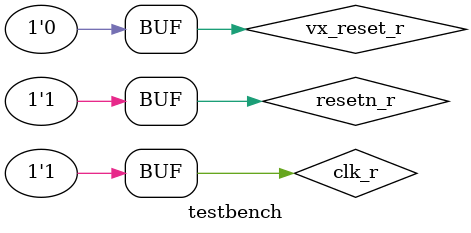
<source format=v>
`timescale 1ns / 1ps

module testbench;
    // Inpput signals
    reg clk_r;
    reg resetn_r;
    reg vx_reset_r;
    wire vx_busy_w;

    design_1_wrapper UUD(
        .clk_100MHz(clk_r),
        .resetn(resetn_r),
        .vx_reset(vx_reset_r),
        .vx_busy(vx_busy_w)
    );

    // clock signal creation
    always begin
        clk_r = 1'b0;
        #1;
        clk_r = 1'b1;
        #1;
    end
    
    initial begin
        #2;
        resetn_r = 1'b0;
        vx_reset_r = 1'b0;
        #2;
        resetn_r = 1'b1;               
        #2;
        vx_reset_r = 1'b1;
        #20;
        vx_reset_r = 1'b0;
    end
    
    always @(posedge clk_r) begin
        if (resetn_r && !vx_busy_w) begin
            $display("done!");
        end    
    end

endmodule
</source>
